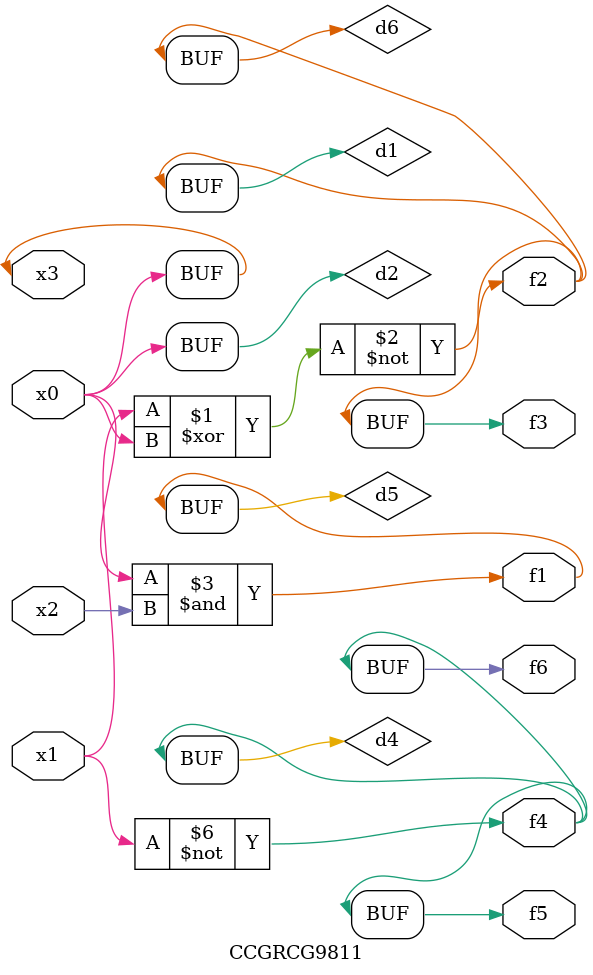
<source format=v>
module CCGRCG9811(
	input x0, x1, x2, x3,
	output f1, f2, f3, f4, f5, f6
);

	wire d1, d2, d3, d4, d5, d6;

	xnor (d1, x1, x3);
	buf (d2, x0, x3);
	nand (d3, x0, x2);
	not (d4, x1);
	nand (d5, d3);
	or (d6, d1);
	assign f1 = d5;
	assign f2 = d6;
	assign f3 = d6;
	assign f4 = d4;
	assign f5 = d4;
	assign f6 = d4;
endmodule

</source>
